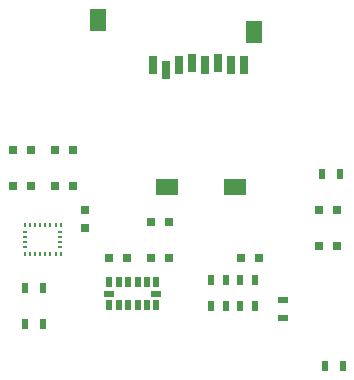
<source format=gbr>
G04 #@! TF.GenerationSoftware,KiCad,Pcbnew,(5.0.2)-1*
G04 #@! TF.CreationDate,2019-03-06T23:20:24-07:00*
G04 #@! TF.ProjectId,Sensor_Board,53656e73-6f72-45f4-926f-6172642e6b69,rev?*
G04 #@! TF.SameCoordinates,Original*
G04 #@! TF.FileFunction,Paste,Top*
G04 #@! TF.FilePolarity,Positive*
%FSLAX46Y46*%
G04 Gerber Fmt 4.6, Leading zero omitted, Abs format (unit mm)*
G04 Created by KiCad (PCBNEW (5.0.2)-1) date 2019-03-06 11:20:24 PM*
%MOMM*%
%LPD*%
G01*
G04 APERTURE LIST*
%ADD10R,0.800000X1.500000*%
%ADD11R,1.400000X1.900000*%
%ADD12R,1.900000X1.400000*%
%ADD13R,0.750000X0.800000*%
%ADD14R,0.800000X0.750000*%
%ADD15R,0.500000X0.900000*%
%ADD16R,0.900000X0.500000*%
%ADD17R,0.230000X0.350000*%
%ADD18R,0.350000X0.230000*%
%ADD19R,0.550000X0.950000*%
%ADD20R,0.600000X0.950000*%
%ADD21R,0.950000X0.600000*%
G04 APERTURE END LIST*
D10*
G04 #@! TO.C,J1*
X103836000Y-89884000D03*
X104936000Y-90284000D03*
X106036000Y-89884000D03*
X107136000Y-89684000D03*
X108236000Y-89884000D03*
X109336000Y-89684000D03*
X110436000Y-89884000D03*
X111536000Y-89884000D03*
D11*
X112326000Y-87034000D03*
D12*
X110726000Y-100184000D03*
X105026000Y-100184000D03*
D11*
X99176000Y-86034000D03*
G04 #@! TD*
D13*
G04 #@! TO.C,C1*
X98044000Y-103632000D03*
X98044000Y-102132000D03*
G04 #@! TD*
D14*
G04 #@! TO.C,C2*
X95504000Y-100076000D03*
X97004000Y-100076000D03*
G04 #@! TD*
G04 #@! TO.C,C3*
X111276000Y-106172000D03*
X112776000Y-106172000D03*
G04 #@! TD*
G04 #@! TO.C,C4*
X97028000Y-97028000D03*
X95528000Y-97028000D03*
G04 #@! TD*
G04 #@! TO.C,C5*
X91972000Y-97028000D03*
X93472000Y-97028000D03*
G04 #@! TD*
G04 #@! TO.C,C6*
X93472000Y-100076000D03*
X91972000Y-100076000D03*
G04 #@! TD*
G04 #@! TO.C,C7*
X117880000Y-102108000D03*
X119380000Y-102108000D03*
G04 #@! TD*
G04 #@! TO.C,C8*
X105156000Y-103124000D03*
X103656000Y-103124000D03*
G04 #@! TD*
G04 #@! TO.C,C9*
X103656000Y-106172000D03*
X105156000Y-106172000D03*
G04 #@! TD*
G04 #@! TO.C,C10*
X100100000Y-106172000D03*
X101600000Y-106172000D03*
G04 #@! TD*
G04 #@! TO.C,C11*
X117880000Y-105156000D03*
X119380000Y-105156000D03*
G04 #@! TD*
D15*
G04 #@! TO.C,R1*
X94488000Y-108712000D03*
X92988000Y-108712000D03*
G04 #@! TD*
D16*
G04 #@! TO.C,R2*
X114808000Y-109752000D03*
X114808000Y-111252000D03*
G04 #@! TD*
D15*
G04 #@! TO.C,R3*
X92988000Y-111760000D03*
X94488000Y-111760000D03*
G04 #@! TD*
G04 #@! TO.C,R4*
X119864000Y-115316000D03*
X118364000Y-115316000D03*
G04 #@! TD*
G04 #@! TO.C,R5*
X119622000Y-99060000D03*
X118122000Y-99060000D03*
G04 #@! TD*
D17*
G04 #@! TO.C,U1*
X95993000Y-105873000D03*
X95563000Y-105873000D03*
X95133000Y-105873000D03*
X94703000Y-105873000D03*
X94273000Y-105873000D03*
X93843000Y-105873000D03*
X93413000Y-105873000D03*
X92983000Y-105873000D03*
X95993000Y-103423000D03*
X95563000Y-103423000D03*
X95133000Y-103423000D03*
X94703000Y-103423000D03*
X94273000Y-103423000D03*
X93843000Y-103423000D03*
X93413000Y-103423000D03*
D18*
X95963000Y-105293000D03*
X93013000Y-105293000D03*
X95963000Y-104863000D03*
X93013000Y-104863000D03*
X95963000Y-104433000D03*
X93013000Y-104433000D03*
X95963000Y-104003000D03*
X93013000Y-104003000D03*
D17*
X92983000Y-103423000D03*
G04 #@! TD*
D19*
G04 #@! TO.C,U2*
X108712000Y-110236000D03*
X109962000Y-110236000D03*
X111212000Y-110236000D03*
X112462000Y-110236000D03*
X109962000Y-108086000D03*
X111212000Y-108086000D03*
X112462000Y-108086000D03*
X108712000Y-108086000D03*
G04 #@! TD*
D20*
G04 #@! TO.C,U3*
X104108000Y-108220000D03*
X103308000Y-108220000D03*
X102508000Y-108220000D03*
X101708000Y-108220000D03*
X100908000Y-108220000D03*
X100108000Y-108220000D03*
D21*
X100108000Y-109220000D03*
D20*
X100108000Y-110220000D03*
X100908000Y-110220000D03*
X101708000Y-110220000D03*
X102508000Y-110220000D03*
X103308000Y-110220000D03*
X104108000Y-110220000D03*
D21*
X104108000Y-109220000D03*
G04 #@! TD*
M02*

</source>
